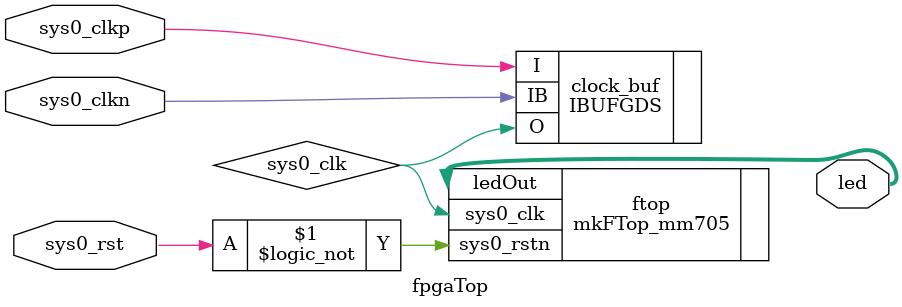
<source format=v>

module fpgaTop (
  input  wire        sys0_clkp,      // sys0 Clock +
  input  wire        sys0_clkn,      // sys0 Clock -
  input  wire        sys0_rst,       // sys0 Reset (active high)

  output wire [7:0]  led            // leds
//  output wire [3:0]  lcd_db,
//  output wire        lcd_e,
//  output wire        lcd_rs,
//  output wire        lcd_rw


);

//ECO here
wire sys0_clk;
IBUFGDS clock_buf( .O(sys0_clk), .I(sys0_clkp), .IB(sys0_clkn));

// Instance and connect mkFTop...
 mkFTop_mm705 ftop(
  .sys0_clk          (sys0_clk),
  .sys0_rstn         (!sys0_rst),   // Invert to make active-low

  .ledOut           (led)
//  .lcd_db            (lcd_db),
//  .lcd_e             (lcd_e),
//  .lcd_rs            (lcd_rs),
//  .lcd_rw            (lcd_rw)
);

endmodule

</source>
